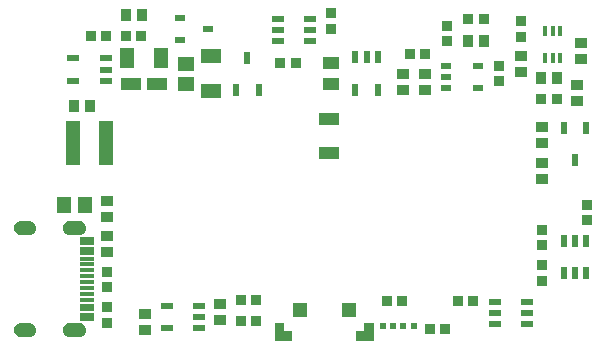
<source format=gbr>
G04*
G04 #@! TF.GenerationSoftware,Altium Limited,Altium Designer,25.2.1 (25)*
G04*
G04 Layer_Color=8421504*
%FSLAX25Y25*%
%MOIN*%
G70*
G04*
G04 #@! TF.SameCoordinates,44C634AB-46FA-46F5-9040-7CAB15AB579A*
G04*
G04*
G04 #@! TF.FilePolarity,Positive*
G04*
G01*
G75*
%ADD16R,0.07087X0.03937*%
%ADD17R,0.04724X0.14567*%
%ADD18R,0.03937X0.03543*%
%ADD19R,0.07087X0.05118*%
%ADD20R,0.05118X0.07087*%
%ADD21R,0.03347X0.03740*%
%ADD22R,0.03937X0.02362*%
%ADD23R,0.02362X0.01968*%
%ADD24R,0.01968X0.01968*%
%ADD25R,0.04724X0.04724*%
%ADD26R,0.05118X0.01181*%
%ADD27R,0.03543X0.03937*%
%ADD28R,0.03740X0.03347*%
%ADD29R,0.01575X0.03347*%
%ADD30R,0.05315X0.04134*%
%ADD31R,0.02362X0.03937*%
%ADD32R,0.03740X0.02362*%
%ADD33R,0.02362X0.04134*%
%ADD34R,0.05669X0.04764*%
%ADD35R,0.04764X0.05669*%
%ADD36R,0.06693X0.04134*%
G36*
X1959Y-50358D02*
X2625D01*
X3473Y-50710D01*
X4122Y-51359D01*
X4473Y-52207D01*
Y-52666D01*
Y-52805D01*
Y-53257D01*
X4127Y-54092D01*
X3489Y-54731D01*
X2654Y-55077D01*
X2202D01*
X-767Y-55073D01*
X-1514D01*
X-2375Y-54717D01*
X-3034Y-54057D01*
X-3390Y-53196D01*
Y-52730D01*
Y-52628D01*
Y-52176D01*
X-3045Y-51341D01*
X-2405Y-50702D01*
X-1570Y-50356D01*
X-1118D01*
X1959Y-50358D01*
D02*
G37*
G36*
X-13387Y-50712D02*
X-12734Y-51364D01*
X-12381Y-52217D01*
Y-52678D01*
Y-52815D01*
Y-53266D01*
X-12726Y-54098D01*
X-13363Y-54735D01*
X-14195Y-55079D01*
X-15103D01*
X-15584Y-55076D01*
X-15586Y-55074D01*
X-17583D01*
X-18440Y-54719D01*
X-19095Y-54063D01*
X-19450Y-53206D01*
Y-52743D01*
Y-52557D01*
Y-52121D01*
X-19117Y-51316D01*
X-18501Y-50700D01*
X-17696Y-50367D01*
X-16122D01*
X-14700Y-50359D01*
X-14239D01*
X-13387Y-50712D01*
D02*
G37*
G36*
X1959Y-84374D02*
X2625D01*
X3473Y-84726D01*
X4122Y-85375D01*
X4473Y-86223D01*
Y-86682D01*
Y-86821D01*
Y-87273D01*
X4127Y-88108D01*
X3489Y-88747D01*
X2654Y-89093D01*
X2202D01*
X-767Y-89089D01*
X-1514D01*
X-2375Y-88733D01*
X-3034Y-88073D01*
X-3390Y-87212D01*
Y-86746D01*
Y-86644D01*
Y-86192D01*
X-3045Y-85357D01*
X-2405Y-84718D01*
X-1570Y-84372D01*
X-1118D01*
X1959Y-84374D01*
D02*
G37*
G36*
X-13387Y-84728D02*
X-12734Y-85380D01*
X-12381Y-86233D01*
Y-86694D01*
Y-86831D01*
Y-87282D01*
X-12726Y-88114D01*
X-13363Y-88751D01*
X-14195Y-89095D01*
X-15103D01*
X-15584Y-89092D01*
X-15586Y-89090D01*
X-17583D01*
X-18440Y-88735D01*
X-19095Y-88079D01*
X-19450Y-87222D01*
Y-86759D01*
Y-86573D01*
Y-86137D01*
X-19117Y-85332D01*
X-18501Y-84716D01*
X-17696Y-84383D01*
X-16122D01*
X-14700Y-84375D01*
X-14239D01*
X-13387Y-84728D01*
D02*
G37*
G36*
X100376Y-90217D02*
X94470D01*
Y-87068D01*
X97226D01*
Y-84312D01*
X100376D01*
Y-90217D01*
D02*
G37*
G36*
X70455Y-87068D02*
X73211D01*
Y-90217D01*
X67305D01*
Y-84312D01*
X70455D01*
Y-87068D01*
D02*
G37*
D16*
X85500Y-27500D02*
D03*
Y-16476D02*
D03*
D17*
X-80Y-24176D02*
D03*
X10944D02*
D03*
D18*
X169438Y9157D02*
D03*
Y3842D02*
D03*
X149297Y-766D02*
D03*
Y4549D02*
D03*
X117288Y-6795D02*
D03*
Y-1480D02*
D03*
X156401Y-19129D02*
D03*
Y-24444D02*
D03*
Y-36271D02*
D03*
Y-30956D02*
D03*
X168229Y-4843D02*
D03*
Y-10158D02*
D03*
X110053Y-1480D02*
D03*
Y-6795D02*
D03*
X11556Y-48830D02*
D03*
Y-43515D02*
D03*
Y-60658D02*
D03*
Y-55343D02*
D03*
X49034Y-83157D02*
D03*
Y-77842D02*
D03*
X24198Y-81187D02*
D03*
Y-86502D02*
D03*
D19*
X45929Y4518D02*
D03*
Y-6899D02*
D03*
D20*
X29514Y4147D02*
D03*
X18096D02*
D03*
D21*
X124149Y-86207D02*
D03*
X133405Y-77072D02*
D03*
X131787Y16940D02*
D03*
X136905D02*
D03*
X112384Y5328D02*
D03*
X117502D02*
D03*
X156204Y-9822D02*
D03*
X161322D02*
D03*
X74325Y2358D02*
D03*
X69207D02*
D03*
X128287Y-77072D02*
D03*
X119031Y-86207D02*
D03*
X104631Y-77072D02*
D03*
X109749D02*
D03*
X55941Y-76500D02*
D03*
X61059D02*
D03*
X55941Y-83603D02*
D03*
X61059D02*
D03*
X22864Y11346D02*
D03*
X17746D02*
D03*
X11036D02*
D03*
X5918D02*
D03*
D22*
X140685Y-84749D02*
D03*
Y-77269D02*
D03*
X68404Y17139D02*
D03*
Y13399D02*
D03*
Y9658D02*
D03*
X79033D02*
D03*
Y13399D02*
D03*
Y17139D02*
D03*
X111Y-3631D02*
D03*
Y3849D02*
D03*
X10938D02*
D03*
Y109D02*
D03*
Y-3631D02*
D03*
X140685Y-81009D02*
D03*
X151315Y-77269D02*
D03*
Y-81009D02*
D03*
Y-84749D02*
D03*
X41931Y-86148D02*
D03*
Y-82408D02*
D03*
Y-78668D02*
D03*
X31301D02*
D03*
Y-86148D02*
D03*
D23*
X103358Y-85257D02*
D03*
X113594D02*
D03*
D24*
X106823D02*
D03*
X110130D02*
D03*
D25*
X92108Y-79981D02*
D03*
X75573D02*
D03*
D26*
X4748Y-82912D02*
D03*
X4748Y-81731D02*
D03*
X4748Y-79763D02*
D03*
X4747Y-78542D02*
D03*
X4748Y-60904D02*
D03*
X4747Y-59644D02*
D03*
X4747Y-57715D02*
D03*
Y-56337D02*
D03*
X4747Y-76613D02*
D03*
Y-74643D02*
D03*
Y-72676D02*
D03*
X4747Y-70707D02*
D03*
X4747Y-68739D02*
D03*
X4747Y-66770D02*
D03*
X4747Y-64802D02*
D03*
Y-62833D02*
D03*
D27*
X131688Y9837D02*
D03*
X137003D02*
D03*
X156105Y-2663D02*
D03*
X161421D02*
D03*
X5822Y-12014D02*
D03*
X508D02*
D03*
X17648Y18484D02*
D03*
X22963D02*
D03*
D28*
X124880Y9560D02*
D03*
Y14678D02*
D03*
X149356Y16278D02*
D03*
Y11160D02*
D03*
X142183Y-3749D02*
D03*
Y1369D02*
D03*
X86137Y13791D02*
D03*
Y18909D02*
D03*
X11556Y-72387D02*
D03*
Y-67269D02*
D03*
Y-84215D02*
D03*
Y-79097D02*
D03*
X171272Y-44966D02*
D03*
Y-50084D02*
D03*
X156401Y-53220D02*
D03*
Y-58338D02*
D03*
X156401Y-65048D02*
D03*
Y-70166D02*
D03*
D29*
X157414Y13003D02*
D03*
X159973D02*
D03*
X162532D02*
D03*
Y4145D02*
D03*
X159973D02*
D03*
X157414D02*
D03*
D30*
X85905Y-4630D02*
D03*
Y2260D02*
D03*
D31*
X101670Y-6598D02*
D03*
X94190D02*
D03*
Y4228D02*
D03*
X97930D02*
D03*
X101670D02*
D03*
X171189Y-67667D02*
D03*
X167449D02*
D03*
X163709D02*
D03*
Y-57037D02*
D03*
X167449D02*
D03*
X171189D02*
D03*
X167441Y-30101D02*
D03*
X163701Y-19471D02*
D03*
X171181D02*
D03*
D32*
X135137Y1374D02*
D03*
Y-6106D02*
D03*
X124310D02*
D03*
Y-2366D02*
D03*
Y1374D02*
D03*
X35874Y17205D02*
D03*
Y10020D02*
D03*
X45126Y13612D02*
D03*
D33*
X58166Y4130D02*
D03*
X61906Y-6500D02*
D03*
X54426D02*
D03*
D34*
X37645Y-4810D02*
D03*
Y2080D02*
D03*
D35*
X-2929Y-45120D02*
D03*
X3960D02*
D03*
D36*
X28081Y-4728D02*
D03*
X19419D02*
D03*
M02*

</source>
